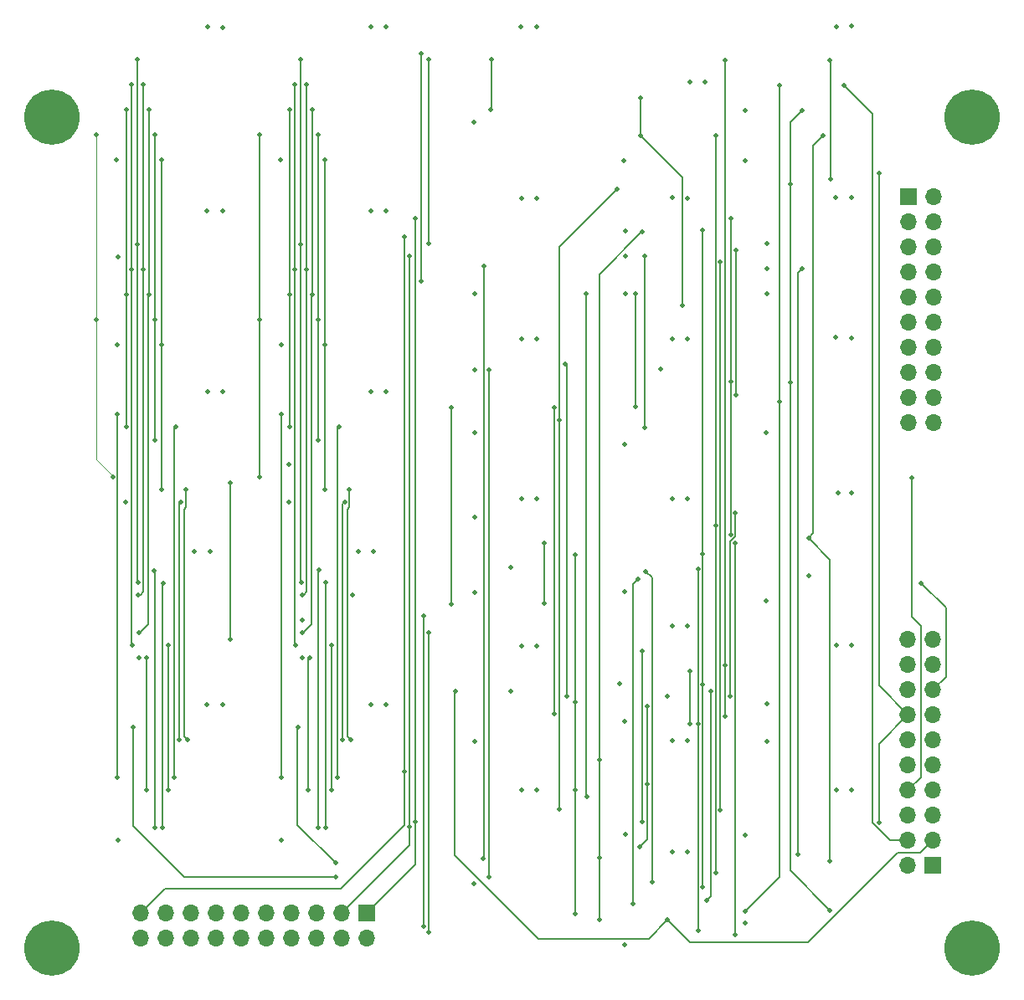
<source format=gbr>
%TF.GenerationSoftware,KiCad,Pcbnew,(6.0.5)*%
%TF.CreationDate,2022-09-09T10:51:33+02:00*%
%TF.ProjectId,B2,42322e6b-6963-4616-945f-706362585858,rev?*%
%TF.SameCoordinates,Original*%
%TF.FileFunction,Copper,L4,Bot*%
%TF.FilePolarity,Positive*%
%FSLAX46Y46*%
G04 Gerber Fmt 4.6, Leading zero omitted, Abs format (unit mm)*
G04 Created by KiCad (PCBNEW (6.0.5)) date 2022-09-09 10:51:33*
%MOMM*%
%LPD*%
G01*
G04 APERTURE LIST*
%TA.AperFunction,ComponentPad*%
%ADD10C,5.600000*%
%TD*%
%TA.AperFunction,ComponentPad*%
%ADD11R,1.700000X1.700000*%
%TD*%
%TA.AperFunction,ComponentPad*%
%ADD12O,1.700000X1.700000*%
%TD*%
%TA.AperFunction,ViaPad*%
%ADD13C,0.500000*%
%TD*%
%TA.AperFunction,Conductor*%
%ADD14C,0.127000*%
%TD*%
%TA.AperFunction,Conductor*%
%ADD15C,0.090000*%
%TD*%
G04 APERTURE END LIST*
D10*
%TO.P,GND102,GND*%
%TO.N,GND*%
X196406802Y-56930538D03*
%TD*%
%TO.P,GND101,GND*%
%TO.N,GND*%
X103406802Y-56930538D03*
%TD*%
%TO.P,VCC102,VCC*%
%TO.N,VCC*%
X196406802Y-141055538D03*
%TD*%
D11*
%TO.P,DATABUS2,1,Pin_1*%
%TO.N,D7*%
X190000000Y-65000000D03*
D12*
%TO.P,DATABUS2,2,Pin_2*%
%TO.N,D6*%
X192540000Y-65000000D03*
%TO.P,DATABUS2,3,Pin_3*%
%TO.N,D5*%
X190000000Y-67540000D03*
%TO.P,DATABUS2,4,Pin_4*%
%TO.N,D4*%
X192540000Y-67540000D03*
%TO.P,DATABUS2,5,Pin_5*%
%TO.N,D3*%
X190000000Y-70080000D03*
%TO.P,DATABUS2,6,Pin_6*%
%TO.N,D2*%
X192540000Y-70080000D03*
%TO.P,DATABUS2,7,Pin_7*%
%TO.N,D1*%
X190000000Y-72620000D03*
%TO.P,DATABUS2,8,Pin_8*%
%TO.N,D0*%
X192540000Y-72620000D03*
%TO.P,DATABUS2,9,Pin_9*%
%TO.N,VCC*%
X190000000Y-75160000D03*
%TO.P,DATABUS2,10,Pin_10*%
%TO.N,GND*%
X192540000Y-75160000D03*
%TO.P,DATABUS2,11,Pin_11*%
%TO.N,VCC*%
X190000000Y-77700000D03*
%TO.P,DATABUS2,12,Pin_12*%
%TO.N,GND*%
X192540000Y-77700000D03*
%TO.P,DATABUS2,13,Pin_13*%
%TO.N,DZ0*%
X190000000Y-80240000D03*
%TO.P,DATABUS2,14,Pin_14*%
%TO.N,DZ4*%
X192540000Y-80240000D03*
%TO.P,DATABUS2,15,Pin_15*%
%TO.N,DZ7*%
X190000000Y-82780000D03*
%TO.P,DATABUS2,16,Pin_16*%
%TO.N,DZ3*%
X192540000Y-82780000D03*
%TO.P,DATABUS2,17,Pin_17*%
%TO.N,DZ1*%
X190000000Y-85320000D03*
%TO.P,DATABUS2,18,Pin_18*%
%TO.N,DZ5*%
X192540000Y-85320000D03*
%TO.P,DATABUS2,19,Pin_19*%
%TO.N,DZ6*%
X190000000Y-87860000D03*
%TO.P,DATABUS2,20,Pin_20*%
%TO.N,DZ2*%
X192540000Y-87860000D03*
%TD*%
D11*
%TO.P,CONTROLBUS2,1,Pin_1*%
%TO.N,TASTART*%
X192500000Y-132660000D03*
D12*
%TO.P,CONTROLBUS2,2,Pin_2*%
%TO.N,PB6ON*%
X189960000Y-132660000D03*
%TO.P,CONTROLBUS2,3,Pin_3*%
%TO.N,CNT*%
X192500000Y-130120000D03*
%TO.P,CONTROLBUS2,4,Pin_4*%
%TO.N,PB7ON*%
X189960000Y-130120000D03*
%TO.P,CONTROLBUS2,5,Pin_5*%
%TO.N,SP*%
X192500000Y-127580000D03*
%TO.P,CONTROLBUS2,6,Pin_6*%
%TO.N,TAOUT*%
X189960000Y-127580000D03*
%TO.P,CONTROLBUS2,7,Pin_7*%
%TO.N,PHI2*%
X192500000Y-125040000D03*
%TO.P,CONTROLBUS2,8,Pin_8*%
%TO.N,TBOUT*%
X189960000Y-125040000D03*
%TO.P,CONTROLBUS2,9,Pin_9*%
%TO.N,~{FLAG}*%
X192500000Y-122500000D03*
%TO.P,CONTROLBUS2,10,Pin_10*%
%TO.N,SPMODE*%
X189960000Y-122500000D03*
%TO.P,CONTROLBUS2,11,Pin_11*%
%TO.N,TOD*%
X192500000Y-119960000D03*
%TO.P,CONTROLBUS2,12,Pin_12*%
%TO.N,TODIN*%
X189960000Y-119960000D03*
%TO.P,CONTROLBUS2,13,Pin_13*%
%TO.N,TAPULSE*%
X192500000Y-117420000D03*
%TO.P,CONTROLBUS2,14,Pin_14*%
%TO.N,ALARM*%
X189960000Y-117420000D03*
%TO.P,CONTROLBUS2,15,Pin_15*%
%TO.N,TBPULSE*%
X192500000Y-114880000D03*
%TO.P,CONTROLBUS2,16,Pin_16*%
%TO.N,ENABLE_NAND*%
X189960000Y-114880000D03*
%TO.P,CONTROLBUS2,17,Pin_17*%
%TO.N,TODIRQ*%
X192500000Y-112340000D03*
%TO.P,CONTROLBUS2,18,Pin_18*%
%TO.N,TARUNMODE*%
X189960000Y-112340000D03*
%TO.P,CONTROLBUS2,19,Pin_19*%
%TO.N,~{IRQ}*%
X192500000Y-109800000D03*
%TO.P,CONTROLBUS2,20,Pin_20*%
%TO.N,~{RES}*%
X189960000Y-109800000D03*
%TD*%
D10*
%TO.P,VCC101,VCC*%
%TO.N,VCC*%
X103406802Y-141055538D03*
%TD*%
D11*
%TO.P,ENABLEBUS2,1,Pin_1*%
%TO.N,~{EN6}*%
X135200000Y-137500000D03*
D12*
%TO.P,ENABLEBUS2,2,Pin_2*%
%TO.N,~{EN5}*%
X135200000Y-140040000D03*
%TO.P,ENABLEBUS2,3,Pin_3*%
%TO.N,~{EN7}*%
X132660000Y-137500000D03*
%TO.P,ENABLEBUS2,4,Pin_4*%
%TO.N,~{EN4}*%
X132660000Y-140040000D03*
%TO.P,ENABLEBUS2,5,Pin_5*%
%TO.N,~{EN14}*%
X130120000Y-137500000D03*
%TO.P,ENABLEBUS2,6,Pin_6*%
%TO.N,VCC*%
X130120000Y-140040000D03*
%TO.P,ENABLEBUS2,7,Pin_7*%
%TO.N,~{EN13}*%
X127580000Y-137500000D03*
%TO.P,ENABLEBUS2,8,Pin_8*%
%TO.N,VCC*%
X127580000Y-140040000D03*
%TO.P,ENABLEBUS2,9,Pin_9*%
%TO.N,~{EN12}*%
X125040000Y-137500000D03*
%TO.P,ENABLEBUS2,10,Pin_10*%
%TO.N,VCC*%
X125040000Y-140040000D03*
%TO.P,ENABLEBUS2,11,Pin_11*%
%TO.N,~{EN11}*%
X122500000Y-137500000D03*
%TO.P,ENABLEBUS2,12,Pin_12*%
%TO.N,VCC*%
X122500000Y-140040000D03*
%TO.P,ENABLEBUS2,13,Pin_13*%
%TO.N,~{EN10}*%
X119960000Y-137500000D03*
%TO.P,ENABLEBUS2,14,Pin_14*%
%TO.N,GND*%
X119960000Y-140040000D03*
%TO.P,ENABLEBUS2,15,Pin_15*%
%TO.N,~{EN9}*%
X117420000Y-137500000D03*
%TO.P,ENABLEBUS2,16,Pin_16*%
%TO.N,GND*%
X117420000Y-140040000D03*
%TO.P,ENABLEBUS2,17,Pin_17*%
%TO.N,~{EN8}*%
X114880000Y-137500000D03*
%TO.P,ENABLEBUS2,18,Pin_18*%
%TO.N,GND*%
X114880000Y-140040000D03*
%TO.P,ENABLEBUS2,19,Pin_19*%
%TO.N,~{EN15}*%
X112340000Y-137500000D03*
%TO.P,ENABLEBUS2,20,Pin_20*%
%TO.N,GND*%
X112340000Y-140040000D03*
%TD*%
D13*
%TO.N,/cregb/WE14*%
X179280000Y-72250000D03*
%TO.N,/TBINMODE0*%
X181370000Y-58800000D03*
%TO.N,/TBOUTMODE*%
X173500000Y-137250000D03*
%TO.N,CNT*%
X165608000Y-138176000D03*
X144190720Y-115034060D03*
%TO.N,PB7ON*%
X183484520Y-53723540D03*
%TO.N,PHI2*%
X156281785Y-137541817D03*
X156276040Y-101244400D03*
X156278580Y-116146580D03*
X156278580Y-125036580D03*
X172045540Y-99184460D03*
X172044360Y-83705700D03*
X172041820Y-67190620D03*
%TO.N,TBOUT*%
X190318283Y-93395360D03*
%TO.N,TAPULSE*%
X168715243Y-118310830D03*
X168733201Y-139255511D03*
X168715243Y-102690278D03*
%TO.N,ALARM*%
X187004100Y-62636400D03*
X187004100Y-128310640D03*
%TO.N,TBPULSE*%
X163370260Y-70965060D03*
X191315340Y-104086660D03*
X163360100Y-88313260D03*
%TO.N,ENABLE_NAND*%
X163576000Y-124460000D03*
X147111720Y-72034400D03*
X162814000Y-130810000D03*
X147030340Y-131991200D03*
X163576000Y-116586000D03*
%TO.N,~{RES}*%
X158750000Y-138176000D03*
X163068000Y-68580000D03*
X158767780Y-131902200D03*
X158757620Y-121927620D03*
%TO.N,VCC*%
X160782000Y-114300000D03*
X119075200Y-66421000D03*
X166141400Y-119989600D03*
X119126000Y-84683600D03*
X128701800Y-107848400D03*
X165608000Y-115570000D03*
X182867000Y-94996000D03*
X182702200Y-47777400D03*
X135610600Y-47802800D03*
X150850600Y-110439200D03*
X175666400Y-116281200D03*
X166116000Y-131318000D03*
X119072660Y-116400580D03*
X150799800Y-47777400D03*
X161358580Y-68463160D03*
X182676800Y-65074800D03*
X127347980Y-92102940D03*
X166141400Y-95529400D03*
X149758400Y-102514400D03*
X166128400Y-108458000D03*
X117805200Y-100863400D03*
X135636000Y-84683600D03*
X182676800Y-79248000D03*
X146126200Y-97434400D03*
X150850600Y-125044200D03*
X167868600Y-53416200D03*
X134340600Y-100863400D03*
X150850600Y-65125600D03*
X179895000Y-103335000D03*
X182702200Y-124993400D03*
X150850600Y-95529400D03*
X119100600Y-47828200D03*
X150850600Y-79375000D03*
X135636000Y-116382800D03*
X166116000Y-65100200D03*
X161371280Y-70970140D03*
X135636000Y-66446400D03*
X173487080Y-129626360D03*
X182702200Y-110363000D03*
X166166800Y-79349600D03*
X175668240Y-72261748D03*
X175666400Y-69723000D03*
%TO.N,GND*%
X184251600Y-110363000D03*
X146174460Y-74797920D03*
X137185400Y-66421000D03*
X175691800Y-120116600D03*
X167690800Y-119989600D03*
X146126200Y-105054400D03*
X169418000Y-53416200D03*
X146131280Y-82529680D03*
X184279620Y-94996000D03*
X110058200Y-130124200D03*
X110827820Y-95879920D03*
X161391600Y-129540000D03*
X173507400Y-56261000D03*
X128701800Y-111633000D03*
X152400000Y-110490000D03*
X146177000Y-120116600D03*
X135890000Y-100863400D03*
X175641000Y-88849200D03*
X120650000Y-47853600D03*
X184277000Y-124993400D03*
X112166400Y-111633000D03*
X146100800Y-57454800D03*
X110083600Y-71069200D03*
X126593600Y-79984600D03*
X119405400Y-100863400D03*
X137185400Y-116382800D03*
X167690800Y-131318000D03*
X120624600Y-66421000D03*
X161290000Y-118110000D03*
X127347980Y-95912940D03*
X149783800Y-115011200D03*
X175691800Y-74777600D03*
X146149060Y-88882220D03*
X152425400Y-65125600D03*
X110032800Y-79959200D03*
X161264600Y-104952800D03*
X173507400Y-61341000D03*
X167690800Y-65125600D03*
X109905800Y-61290200D03*
X161356040Y-74790300D03*
X173507400Y-138506200D03*
X167690800Y-95529400D03*
X167690800Y-79349600D03*
X152400000Y-125044200D03*
X161239200Y-61366400D03*
X126492000Y-61290200D03*
X184277000Y-79273400D03*
X184251600Y-65074800D03*
X137210800Y-84734400D03*
X152400000Y-95529400D03*
X120675400Y-116357400D03*
X167640000Y-108458000D03*
X146100800Y-134518400D03*
X161315400Y-90043000D03*
X184251600Y-47752000D03*
X152400000Y-79375000D03*
X161290000Y-140716000D03*
X175638940Y-105875163D03*
X152374600Y-47802800D03*
X164922200Y-82397600D03*
X120675400Y-84709000D03*
X137185400Y-47777400D03*
X133809759Y-105309876D03*
X126593600Y-130124200D03*
%TO.N,~{EN6}*%
X140131800Y-67183000D03*
X140131800Y-128193800D03*
%TO.N,~{EN7}*%
X139573000Y-70993000D03*
X139573000Y-128778000D03*
%TO.N,~{EN15}*%
X139047220Y-123127449D03*
X139047220Y-69088000D03*
%TO.N,/~{PHI2}*%
X169155110Y-101145110D03*
X169164000Y-134874000D03*
X169153840Y-68351400D03*
X169155110Y-114349530D03*
%TO.N,/resetData/RES*%
X167126920Y-75996800D03*
X147788400Y-56196000D03*
X147804100Y-51116000D03*
X162938460Y-58801000D03*
X162943540Y-54991000D03*
%TO.N,/timerb/timerbMux/OUTPUT*%
X153162000Y-106172000D03*
X153162000Y-100076000D03*
%TO.N,/cregb/~{TBSTART}*%
X172466000Y-97028000D03*
X171958000Y-115570000D03*
%TO.N,/TBLOAD*%
X154178000Y-117348000D03*
X154178000Y-86360000D03*
%TO.N,/TBOUTMODE*%
X176971960Y-85686900D03*
X176974500Y-53715920D03*
%TO.N,/TBINMODE0*%
X179895000Y-99525000D03*
X182077241Y-132178252D03*
%TO.N,/TBINMODE1*%
X170500000Y-58780000D03*
X170500000Y-98232000D03*
X170500000Y-133430000D03*
%TO.N,/timerb/TBSTART*%
X155448000Y-115570000D03*
X155333076Y-81927076D03*
%TO.N,/cregb/WE14*%
X178816000Y-131572000D03*
%TO.N,/cregb/~{WE14}*%
X170953258Y-71564500D03*
X170980134Y-127082343D03*
%TO.N,/cregb/TBUNDERFLOW*%
X160525460Y-64226440D03*
X154686000Y-87571580D03*
X154686000Y-127000000D03*
%TO.N,/cregb/TBRUNMODE*%
X182085611Y-137236200D03*
X179224940Y-56250840D03*
X178026060Y-83793940D03*
X178026060Y-63700660D03*
%TO.N,/cregb/~{OE14}*%
X182118000Y-63246000D03*
X182085611Y-51181000D03*
%TO.N,/timerb/TBPULSESET*%
X172544740Y-70413880D03*
X172532040Y-85054440D03*
%TO.N,/timerb/~{OETBLO}*%
X141478000Y-69723000D03*
X141478000Y-51130200D03*
%TO.N,/timerb/~{OETBHI}*%
X140716000Y-73533000D03*
X140690600Y-50495200D03*
%TO.N,/timerb/~{TBLOAD}*%
X121412000Y-93980000D03*
X141478000Y-139446000D03*
X121435134Y-109751134D03*
X141452436Y-109088912D03*
%TO.N,/timerb/TBCOUNT*%
X140995992Y-138812246D03*
X140970000Y-107442000D03*
%TO.N,/timerb/~{WETBLO}*%
X132123180Y-132410200D03*
X128244600Y-118694200D03*
%TO.N,/timerb/~{WETBHI}*%
X111582200Y-118694200D03*
X147574000Y-133847840D03*
X147566380Y-82522060D03*
X132123180Y-133835140D03*
%TO.N,/timerb/timer16/TBLO7*%
X132983480Y-95899320D03*
X132803269Y-119964320D03*
%TO.N,/timerb/timer16/TBLO5*%
X126554869Y-86995120D03*
X126554869Y-123774320D03*
%TO.N,/timerb/timer16/TBLO3*%
X129457980Y-111633120D03*
X129272669Y-125044320D03*
%TO.N,/timerb/timer16/TBLO1*%
X130326769Y-128856860D03*
X130357249Y-102776140D03*
%TO.N,/timerb/timer16/TBLO0*%
X131101469Y-104038520D03*
X131076069Y-128854320D03*
%TO.N,/timerb/timer16/TBLO2*%
X131685669Y-125044320D03*
X131660269Y-110388520D03*
%TO.N,/timerb/timer16/TBLO4*%
X132441634Y-88257380D03*
X132238434Y-123766580D03*
%TO.N,/timerb/timer16/TBLO6*%
X133489069Y-94640520D03*
X133616069Y-119964320D03*
%TO.N,/timerb/timer16/TBHI7*%
X116461411Y-95899200D03*
X116281200Y-119964200D03*
%TO.N,/timerb/timer16/TBHI5*%
X110032800Y-86995000D03*
X110032800Y-123774200D03*
%TO.N,/timerb/timer16/TBHI3*%
X112928400Y-125044200D03*
X112935911Y-111633000D03*
%TO.N,/timerb/timer16/TBHI1*%
X113741200Y-102819200D03*
X113804700Y-128856740D03*
%TO.N,/timerb/timer16/TBHI0*%
X114681000Y-104089200D03*
X114554000Y-128854200D03*
%TO.N,/timerb/timer16/TBHI2*%
X115138200Y-110388400D03*
X115163600Y-125044200D03*
%TO.N,/timerb/timer16/TBHI4*%
X115951000Y-88265000D03*
X115747800Y-123774200D03*
%TO.N,/timerb/timer16/TBHI6*%
X117094000Y-119964200D03*
X116967000Y-94640400D03*
%TO.N,/timerb/TBTOGGLE*%
X162399980Y-74782680D03*
X162399980Y-86230460D03*
%TO.N,/timerb/timer16/TB1*%
X128633434Y-104046020D03*
X128557234Y-69804280D03*
X128557234Y-51137820D03*
%TO.N,/timerb/timer16/TB0*%
X128684020Y-105305860D03*
X129171069Y-72346940D03*
X129171069Y-53644920D03*
%TO.N,/timerb/timer16/TB2*%
X129696849Y-56215400D03*
X129707009Y-74874240D03*
X128714500Y-109111820D03*
%TO.N,/timerb/timer16/TB3*%
X127977269Y-72339320D03*
X127977269Y-53644920D03*
X128033480Y-110381820D03*
%TO.N,/timerb/timer16/TB5*%
X127443869Y-74904720D03*
X127443869Y-56210320D03*
X127398780Y-88277700D03*
%TO.N,/timerb/timer16/TB4*%
X130316609Y-77414240D03*
X130316609Y-89588460D03*
X130316609Y-58752860D03*
%TO.N,/timerb/timer16/TB6*%
X124393669Y-77417120D03*
X124393669Y-58755833D03*
X124395869Y-93370520D03*
%TO.N,/timerb/timer16/TB7*%
X130982089Y-61297940D03*
X130982089Y-79969480D03*
X130964309Y-94645600D03*
%TO.N,/timerb/timer16/TB9*%
X112014000Y-69796660D03*
X112014000Y-51130200D03*
X112090200Y-104038400D03*
%TO.N,/timerb/timer16/TB8*%
X112090200Y-105308400D03*
X112649000Y-72346820D03*
X112649000Y-53644800D03*
%TO.N,/timerb/timer16/TB10*%
X113174780Y-56215280D03*
X112166400Y-109110780D03*
X113184940Y-74874120D03*
%TO.N,/timerb/timer16/TB11*%
X111511411Y-110381700D03*
X111455200Y-72339200D03*
X111455200Y-53644800D03*
%TO.N,/timerb/timer16/TB13*%
X110921800Y-74904600D03*
X110920093Y-88288168D03*
X110921800Y-56210200D03*
%TO.N,/timerb/timer16/TB12*%
X113794540Y-77414120D03*
X113794540Y-89588340D03*
X113794540Y-58752740D03*
%TO.N,/timerb/timer16/TB14*%
X107871600Y-58755713D03*
X107871600Y-77417000D03*
X109550200Y-93370400D03*
%TO.N,/timerb/timer16/TB15*%
X114442240Y-94645480D03*
X114460020Y-79969360D03*
X114460020Y-61297820D03*
%TO.N,/cregb/rTBSTART*%
X171430915Y-117553808D03*
X171429851Y-112409573D03*
X171429851Y-51175885D03*
%TO.N,Net-(U208-Pad8)*%
X157480000Y-125730000D03*
X157426660Y-74788901D03*
%TO.N,Net-(U211-Pad5)*%
X143758920Y-86332060D03*
X143779240Y-106243120D03*
%TO.N,Net-(U217-Pad5)*%
X164084000Y-134366000D03*
X163451540Y-102918260D03*
%TO.N,Net-(U217-Pad9)*%
X162172931Y-136500253D03*
X162659060Y-103647240D03*
%TO.N,Net-(U218-Pad3)*%
X172466000Y-139642440D03*
X172466000Y-100076000D03*
%TO.N,Net-(U222-Pad12)*%
X167894000Y-118364000D03*
X167894000Y-113030000D03*
%TO.N,Net-(U223-Pad1)*%
X163068000Y-128270000D03*
X163068000Y-110998000D03*
%TO.N,Net-(U223-Pad11)*%
X169633521Y-136182479D03*
X170027600Y-115003580D03*
%TD*%
D14*
%TO.N,/TBOUTMODE*%
X176971960Y-133778040D02*
X173500000Y-137250000D01*
X176971960Y-85686900D02*
X176971960Y-133778040D01*
%TO.N,/TBINMODE0*%
X180364422Y-59805578D02*
X180364422Y-99055578D01*
X181370000Y-58800000D02*
X180364422Y-59805578D01*
X180364422Y-99055578D02*
X179895000Y-99525000D01*
%TO.N,/cregb/WE14*%
X178816000Y-72714000D02*
X179280000Y-72250000D01*
X178816000Y-131572000D02*
X178816000Y-72714000D01*
%TO.N,/cregb/~{TBSTART}*%
X172466000Y-99348087D02*
X171958000Y-99856087D01*
X171958000Y-99856087D02*
X171958000Y-115570000D01*
X172466000Y-97028000D02*
X172466000Y-99348087D01*
%TO.N,~{EN15}*%
X132642020Y-134980000D02*
X114860000Y-134980000D01*
X139047220Y-128574800D02*
X132642020Y-134980000D01*
X139047220Y-123127449D02*
X139047220Y-128574800D01*
X114860000Y-134980000D02*
X112340000Y-137500000D01*
%TO.N,PB7ON*%
X188108200Y-130120000D02*
X189960000Y-130120000D01*
X183484520Y-53723540D02*
X186340000Y-56579020D01*
X186340000Y-56579020D02*
X186340000Y-128351800D01*
X186340000Y-128351800D02*
X188108200Y-130120000D01*
%TO.N,TBOUT*%
X190318283Y-107514283D02*
X190318283Y-93395360D01*
X191262000Y-123738000D02*
X191262000Y-108458000D01*
X191262000Y-108458000D02*
X190318283Y-107514283D01*
X189960000Y-125040000D02*
X191262000Y-123738000D01*
%TO.N,CNT*%
X191220000Y-131400000D02*
X192500000Y-130120000D01*
X165608000Y-138176000D02*
X167894000Y-140462000D01*
X152615440Y-140045440D02*
X144147540Y-131577540D01*
X144147540Y-115077240D02*
X144190720Y-115034060D01*
X167894000Y-140462000D02*
X179818000Y-140462000D01*
X179818000Y-140462000D02*
X188880000Y-131400000D01*
X165608000Y-138176000D02*
X163738560Y-140045440D01*
X163738560Y-140045440D02*
X162905440Y-140045440D01*
X162905440Y-140045440D02*
X152615440Y-140045440D01*
X144147540Y-131577540D02*
X144147540Y-115077240D01*
X188880000Y-131400000D02*
X191220000Y-131400000D01*
%TO.N,PHI2*%
X172044360Y-83705700D02*
X172044360Y-99185640D01*
X156276040Y-101244400D02*
X156278580Y-101246940D01*
X156278580Y-101246940D02*
X156278580Y-137538612D01*
X172044360Y-83705700D02*
X172044360Y-67193160D01*
X172044360Y-67193160D02*
X172041820Y-67190620D01*
X156278580Y-137538612D02*
X156281785Y-137541817D01*
X172044360Y-99185640D02*
X172045540Y-99184460D01*
%TO.N,TAPULSE*%
X168715243Y-118310830D02*
X168715243Y-102690278D01*
X168715243Y-118310830D02*
X168715243Y-132782757D01*
X168715243Y-132782757D02*
X168715243Y-139237553D01*
X168715243Y-139237553D02*
X168733201Y-139255511D01*
%TO.N,ALARM*%
X187004100Y-114464100D02*
X187004100Y-113852100D01*
X189960000Y-117420000D02*
X187004100Y-120375900D01*
X187004100Y-120375900D02*
X187004100Y-120964100D01*
X187004100Y-113852100D02*
X187004100Y-62636400D01*
X189960000Y-117420000D02*
X187004100Y-114464100D01*
X187004100Y-128310640D02*
X187004100Y-120964100D01*
%TO.N,TBPULSE*%
X193802000Y-106573320D02*
X191315340Y-104086660D01*
X193802000Y-113578000D02*
X193802000Y-106573320D01*
X163360100Y-88313260D02*
X163370260Y-88303100D01*
X163370260Y-88303100D02*
X163370260Y-70965060D01*
X192500000Y-114880000D02*
X193802000Y-113578000D01*
%TO.N,ENABLE_NAND*%
X163576000Y-116586000D02*
X163576000Y-124460000D01*
X163576000Y-124460000D02*
X163576000Y-130048000D01*
X147111720Y-131909820D02*
X147030340Y-131991200D01*
X147111720Y-72034400D02*
X147111720Y-131909820D01*
X163576000Y-130048000D02*
X162814000Y-130810000D01*
%TO.N,~{RES}*%
X158750000Y-138176000D02*
X158750000Y-130317240D01*
X158750000Y-72865912D02*
X158750000Y-121920000D01*
X163035912Y-68580000D02*
X158750000Y-72865912D01*
X163068000Y-68580000D02*
X163035912Y-68580000D01*
X158750000Y-121920000D02*
X158757620Y-121927620D01*
X158750000Y-130317240D02*
X158757620Y-130309620D01*
X158757620Y-130309620D02*
X158757620Y-121927620D01*
X158757620Y-130309620D02*
X158757620Y-131892040D01*
X158757620Y-131892040D02*
X158767780Y-131902200D01*
%TO.N,~{EN6}*%
X140131800Y-132568200D02*
X140131800Y-129401800D01*
X140131800Y-129401800D02*
X140131800Y-128193800D01*
X140131800Y-128193800D02*
X140131800Y-67183000D01*
X135200000Y-137500000D02*
X140131800Y-132568200D01*
%TO.N,~{EN7}*%
X139573000Y-130027000D02*
X139573000Y-130587000D01*
X139573000Y-130027000D02*
X139573000Y-128778000D01*
X139573000Y-130587000D02*
X132660000Y-137500000D01*
X139573000Y-128778000D02*
X139573000Y-70993000D01*
%TO.N,~{EN15}*%
X139047220Y-121231660D02*
X139047220Y-123127449D01*
X139047220Y-69088000D02*
X139047220Y-121231660D01*
%TO.N,/~{PHI2}*%
X169155110Y-134865110D02*
X169164000Y-134874000D01*
X169155110Y-101145110D02*
X169155110Y-100544630D01*
X169155110Y-114349530D02*
X169155110Y-134865110D01*
X169155110Y-68352670D02*
X169153840Y-68351400D01*
X169155110Y-114349530D02*
X169155110Y-101145110D01*
X169155110Y-100544630D02*
X169155110Y-68352670D01*
%TO.N,/resetData/RES*%
X147804100Y-56180300D02*
X147788400Y-56196000D01*
X167126920Y-75996800D02*
X167177789Y-75945931D01*
X162943540Y-58795920D02*
X162938460Y-58801000D01*
X167177789Y-75945931D02*
X167177789Y-63040329D01*
X167177789Y-63040329D02*
X162938460Y-58801000D01*
X162943540Y-54991000D02*
X162943540Y-58795920D01*
X147804100Y-51116000D02*
X147804100Y-56180300D01*
%TO.N,/timerb/timerbMux/OUTPUT*%
X153162000Y-106172000D02*
X153162000Y-100076000D01*
%TO.N,/TBLOAD*%
X154178000Y-117348000D02*
X154178000Y-86360000D01*
%TO.N,/TBOUTMODE*%
X176971960Y-85686900D02*
X176971960Y-53718460D01*
X176971960Y-53718460D02*
X176974500Y-53715920D01*
%TO.N,/TBINMODE0*%
X182077241Y-132178252D02*
X182077241Y-101707241D01*
X182077241Y-101707241D02*
X179895000Y-99525000D01*
%TO.N,/TBINMODE1*%
X170500000Y-133430000D02*
X170500000Y-98232000D01*
X170500000Y-98232000D02*
X170500000Y-58780000D01*
%TO.N,/timerb/TBSTART*%
X155448000Y-82042000D02*
X155333076Y-81927076D01*
X155448000Y-88646000D02*
X155448000Y-82042000D01*
X155448000Y-115570000D02*
X155448000Y-88646000D01*
%TO.N,/cregb/~{WE14}*%
X170942000Y-127044209D02*
X170942000Y-116201154D01*
X170980134Y-127082343D02*
X170942000Y-127044209D01*
X170942000Y-71575758D02*
X170953258Y-71564500D01*
X170942000Y-116201154D02*
X170942000Y-71575758D01*
%TO.N,/cregb/TBUNDERFLOW*%
X154686000Y-87571580D02*
X154686000Y-70065900D01*
X154668220Y-115806220D02*
X154668220Y-126982220D01*
X154668220Y-87589360D02*
X154686000Y-87571580D01*
X154668220Y-115806220D02*
X154668220Y-87589360D01*
X154668220Y-126982220D02*
X154686000Y-127000000D01*
X154686000Y-70065900D02*
X160525460Y-64226440D01*
%TO.N,/cregb/TBRUNMODE*%
X178026060Y-132615940D02*
X178026060Y-133176649D01*
X178026060Y-63700660D02*
X178026060Y-83793940D01*
X178026060Y-99992180D02*
X178026060Y-109507020D01*
X179224940Y-56278780D02*
X178026060Y-57477660D01*
X178026060Y-132615940D02*
X178026060Y-109507020D01*
X178026060Y-133176649D02*
X182085611Y-137236200D01*
X178026060Y-57477660D02*
X178026060Y-63700660D01*
X179224940Y-56250840D02*
X179224940Y-56278780D01*
X178026060Y-83793940D02*
X178026060Y-99992180D01*
%TO.N,/cregb/~{OE14}*%
X182118000Y-51213389D02*
X182085611Y-51181000D01*
X182118000Y-63246000D02*
X182118000Y-51213389D01*
%TO.N,/timerb/TBPULSESET*%
X172544740Y-70413880D02*
X172544740Y-85041740D01*
X172544740Y-85041740D02*
X172532040Y-85054440D01*
%TO.N,/timerb/~{OETBLO}*%
X141478000Y-69723000D02*
X141478000Y-51130200D01*
%TO.N,/timerb/~{OETBHI}*%
X140716000Y-50520600D02*
X140690600Y-50495200D01*
X140716000Y-73533000D02*
X140716000Y-50520600D01*
%TO.N,/timerb/~{TBLOAD}*%
X141478000Y-109114476D02*
X141452436Y-109088912D01*
X121412000Y-109728000D02*
X121435134Y-109751134D01*
X141478000Y-139446000D02*
X141478000Y-109114476D01*
X121412000Y-93980000D02*
X121412000Y-109728000D01*
%TO.N,/timerb/TBCOUNT*%
X140995992Y-138812246D02*
X140970000Y-138786254D01*
X140970000Y-135636000D02*
X140970000Y-107442000D01*
X140970000Y-138786254D02*
X140970000Y-135636000D01*
%TO.N,/timerb/~{WETBLO}*%
X128219200Y-118719600D02*
X128244600Y-118694200D01*
X128219200Y-128541780D02*
X128219200Y-118719600D01*
X132087620Y-132410200D02*
X128219200Y-128541780D01*
X132123180Y-132410200D02*
X132087620Y-132410200D01*
%TO.N,/timerb/~{WETBHI}*%
X132110480Y-133847840D02*
X116761260Y-133847840D01*
X147574000Y-133847840D02*
X147574000Y-82529680D01*
X147574000Y-82529680D02*
X147566380Y-82522060D01*
X132123180Y-133835140D02*
X132110480Y-133847840D01*
X111582200Y-128668780D02*
X111582200Y-118694200D01*
X116761260Y-133847840D02*
X111582200Y-128668780D01*
%TO.N,/timerb/timer16/TBLO7*%
X132803269Y-96079531D02*
X132983480Y-95899320D01*
X132803269Y-119964320D02*
X132803269Y-96079531D01*
%TO.N,/timerb/timer16/TBLO5*%
X126554869Y-123774320D02*
X126554869Y-86995120D01*
%TO.N,/timerb/timer16/TBLO3*%
X129272669Y-125044320D02*
X129272669Y-111818431D01*
X129272669Y-111818431D02*
X129457980Y-111633120D01*
%TO.N,/timerb/timer16/TBLO1*%
X130326769Y-102806620D02*
X130357249Y-102776140D01*
X130326769Y-128856860D02*
X130326769Y-102806620D01*
%TO.N,/timerb/timer16/TBLO0*%
X131076069Y-104063920D02*
X131101469Y-104038520D01*
X131076069Y-128854320D02*
X131076069Y-104063920D01*
%TO.N,/timerb/timer16/TBLO2*%
X131685669Y-125044320D02*
X131685669Y-110413920D01*
X131685669Y-110413920D02*
X131660269Y-110388520D01*
%TO.N,/timerb/timer16/TBLO4*%
X132238434Y-123766580D02*
X132238434Y-88460580D01*
X132238434Y-88460580D02*
X132441634Y-88257380D01*
%TO.N,/timerb/timer16/TBLO6*%
X133287589Y-96620000D02*
X133489069Y-96418520D01*
X133489069Y-96418520D02*
X133489069Y-94640520D01*
X133616069Y-119964320D02*
X133287589Y-119635840D01*
X133287589Y-119635840D02*
X133287589Y-96620000D01*
%TO.N,/timerb/timer16/TBHI7*%
X116281200Y-96079411D02*
X116461411Y-95899200D01*
X116281200Y-119964200D02*
X116281200Y-96079411D01*
%TO.N,/timerb/timer16/TBHI5*%
X110032800Y-123774200D02*
X110032800Y-86995000D01*
%TO.N,/timerb/timer16/TBHI3*%
X112935911Y-111633000D02*
X112935911Y-124858889D01*
X112935911Y-124858889D02*
X112750600Y-125044200D01*
%TO.N,/timerb/timer16/TBHI1*%
X113804700Y-128856740D02*
X113804700Y-102806500D01*
%TO.N,/timerb/timer16/TBHI0*%
X114554000Y-128854200D02*
X114554000Y-104063800D01*
X114554000Y-104063800D02*
X114579400Y-104038400D01*
%TO.N,/timerb/timer16/TBHI2*%
X115163600Y-125044200D02*
X115163600Y-110413800D01*
X115163600Y-110413800D02*
X115138200Y-110388400D01*
%TO.N,/timerb/timer16/TBHI4*%
X115747800Y-123774200D02*
X115747800Y-88468200D01*
X115747800Y-88468200D02*
X115951000Y-88265000D01*
%TO.N,/timerb/timer16/TBHI6*%
X116765520Y-96619880D02*
X116967000Y-96418400D01*
X116967000Y-96418400D02*
X116967000Y-94640400D01*
X117094000Y-119964200D02*
X116765520Y-119635720D01*
X116765520Y-119635720D02*
X116765520Y-96619880D01*
%TO.N,/timerb/TBTOGGLE*%
X162399980Y-86230460D02*
X162399980Y-74782680D01*
%TO.N,/timerb/timer16/TB1*%
X128557234Y-69804280D02*
X128557234Y-103969820D01*
X128557234Y-51137820D02*
X128557234Y-69804280D01*
X128557234Y-103969820D02*
X128633434Y-104046020D01*
%TO.N,/timerb/timer16/TB0*%
X129171069Y-72346940D02*
X129171069Y-104978320D01*
X129171069Y-53644920D02*
X129171069Y-72346940D01*
X129171069Y-104978320D02*
X128847569Y-105301820D01*
%TO.N,/timerb/timer16/TB2*%
X129707009Y-74874240D02*
X129657109Y-74924140D01*
X129696849Y-74864080D02*
X129707009Y-74874240D01*
X129657109Y-74924140D02*
X129657109Y-108248940D01*
X129696849Y-56215400D02*
X129696849Y-74864080D01*
X129657109Y-108248940D02*
X128794229Y-109111820D01*
%TO.N,/timerb/timer16/TB3*%
X127977269Y-110325609D02*
X128033480Y-110381820D01*
X127977269Y-72339320D02*
X127977269Y-110325609D01*
X127977269Y-53644920D02*
X127977269Y-72339320D01*
%TO.N,/timerb/timer16/TB5*%
X127443869Y-56210320D02*
X127443869Y-74904720D01*
X127443869Y-74904720D02*
X127443869Y-88130420D01*
%TO.N,/timerb/timer16/TB4*%
X130316609Y-77414240D02*
X130316609Y-89588460D01*
X130316609Y-58752860D02*
X130316609Y-77414240D01*
%TO.N,/timerb/timer16/TB6*%
X124393669Y-58755833D02*
X124393669Y-77417120D01*
X124393669Y-77417120D02*
X124393669Y-93368320D01*
X124393669Y-93368320D02*
X124395869Y-93370520D01*
%TO.N,/timerb/timer16/TB7*%
X130982089Y-79969480D02*
X130982089Y-94627820D01*
X130982089Y-94627820D02*
X130964309Y-94645600D01*
X130982089Y-61297940D02*
X130982089Y-79969480D01*
%TO.N,/timerb/timer16/TB9*%
X112014000Y-51130200D02*
X112014000Y-103962200D01*
X112014000Y-103962200D02*
X112090200Y-104038400D01*
%TO.N,/timerb/timer16/TB8*%
X112649000Y-53644800D02*
X112649000Y-72346820D01*
X112649000Y-72346820D02*
X112649000Y-104978200D01*
X112649000Y-104978200D02*
X112325500Y-105301700D01*
%TO.N,/timerb/timer16/TB10*%
X113174780Y-56215280D02*
X113174780Y-74863960D01*
X113184940Y-74874120D02*
X113135040Y-74924020D01*
X113174780Y-74863960D02*
X113184940Y-74874120D01*
X113135040Y-108248820D02*
X112272160Y-109111700D01*
X113135040Y-74924020D02*
X113135040Y-108248820D01*
%TO.N,/timerb/timer16/TB11*%
X111455200Y-53644800D02*
X111455200Y-72339200D01*
X111455200Y-72339200D02*
X111455200Y-110325489D01*
X111455200Y-110325489D02*
X111511411Y-110381700D01*
%TO.N,/timerb/timer16/TB13*%
X110921800Y-56210200D02*
X110921800Y-74904600D01*
X110920093Y-88288168D02*
X110921800Y-88130300D01*
X110921800Y-88130300D02*
X110921800Y-74904600D01*
%TO.N,/timerb/timer16/TB12*%
X113794540Y-77414120D02*
X113794540Y-89588340D01*
X113794540Y-58752740D02*
X113794540Y-77414120D01*
D15*
%TO.N,/timerb/timer16/TB14*%
X107871600Y-91593700D02*
X107871600Y-77417000D01*
X107871600Y-58755713D02*
X107871600Y-77417000D01*
X109648300Y-93370400D02*
X107871600Y-91593700D01*
D14*
%TO.N,/timerb/timer16/TB15*%
X114460020Y-61297820D02*
X114460020Y-79969360D01*
X114460020Y-79969360D02*
X114460020Y-94627700D01*
X114460020Y-94627700D02*
X114442240Y-94645480D01*
%TO.N,/cregb/rTBSTART*%
X171429851Y-69870149D02*
X171429851Y-51175885D01*
X171430915Y-117553808D02*
X171429851Y-117465937D01*
X171429851Y-117465937D02*
X171429851Y-112409573D01*
X171429851Y-112409573D02*
X171429851Y-69870149D01*
%TO.N,Net-(U208-Pad8)*%
X157426660Y-115877340D02*
X157426660Y-125676660D01*
X157426660Y-125676660D02*
X157480000Y-125730000D01*
D15*
X157426660Y-74788901D02*
X157426660Y-74876660D01*
D14*
X157426660Y-115877340D02*
X157426660Y-74876660D01*
%TO.N,Net-(U211-Pad5)*%
X143779240Y-106243120D02*
X143764000Y-106227880D01*
X143764000Y-86337140D02*
X143758920Y-86332060D01*
X143764000Y-106227880D02*
X143764000Y-86337140D01*
%TO.N,Net-(U217-Pad5)*%
X164061140Y-134343140D02*
X164084000Y-134366000D01*
X164061140Y-103527860D02*
X164061140Y-127485140D01*
X163451540Y-102918260D02*
X164061140Y-103527860D01*
X164061140Y-127485140D02*
X164061140Y-134343140D01*
%TO.N,Net-(U217-Pad9)*%
X162153600Y-136480922D02*
X162153600Y-104152700D01*
X162172931Y-136500253D02*
X162153600Y-136480922D01*
X162153600Y-104152700D02*
X162659060Y-103647240D01*
%TO.N,Net-(U218-Pad3)*%
X172466000Y-131318000D02*
X172466000Y-139642440D01*
X172466000Y-100076000D02*
X172466000Y-131318000D01*
%TO.N,Net-(U222-Pad12)*%
X167894000Y-118364000D02*
X167894000Y-113030000D01*
%TO.N,Net-(U223-Pad1)*%
X163068000Y-128270000D02*
X163068000Y-110998000D01*
%TO.N,Net-(U223-Pad11)*%
X170027600Y-115003580D02*
X170027600Y-135788400D01*
X170027600Y-135788400D02*
X169633521Y-136182479D01*
%TD*%
M02*

</source>
